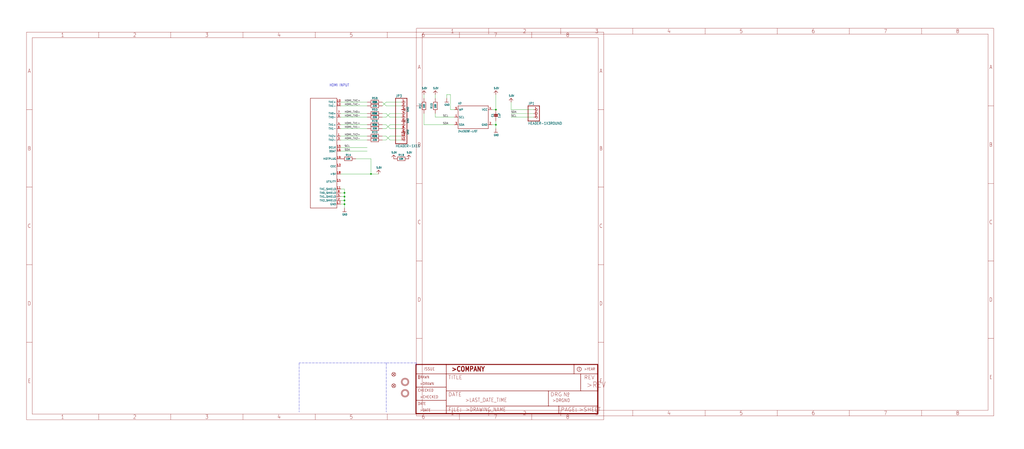
<source format=kicad_sch>
(kicad_sch (version 20211123) (generator eeschema)
  (paper "User" 687.07 301.701)
  (lib_symbols
    (symbol "schematicEagle-eagle-import:5.0V" (power)
      (property "Value" "5.0V" (at -1.524 1.016 0))
      (symbol "5.0V_1_0"
        (polyline (pts (xy -1.27 -1.27) (xy 0 0)) (stroke (width 0.254)))
        (polyline (pts (xy 0 0) (xy 1.27 -1.27)) (stroke (width 0.254)))
        (pin power_in line (at 0 -2.54 90) (length 2.54) (name "5.0V") (number "1"))
      )
    )
    (symbol "schematicEagle-eagle-import:CAP_CERAMIC0603_NO"
      (property "Reference" "C" (at -2.29 1.25 90))
      (property "Value" "CAP_CERAMIC0603_NO" (at 2.3 1.25 90))
      (symbol "CAP_CERAMIC0603_NO_1_0"
        (rectangle (start -1.27 0.508) (end 1.27 1.016) (fill (type outline)))
        (rectangle (start -1.27 1.524) (end 1.27 2.032) (fill (type outline)))
        (polyline (pts (xy 0 0.762) (xy 0 0)) (stroke (width 0.1524)))
        (polyline (pts (xy 0 2.54) (xy 0 1.778)) (stroke (width 0.1524)))
        (pin passive line (at 0 5.08 270) (length 2.54) (name "1") (number "1"))
        (pin passive line (at 0 -2.54 90) (length 2.54) (name "2") (number "2"))
      )
    )
    (symbol "schematicEagle-eagle-import:EEPROM_I2C_MCP24AA32"
      (property "Reference" "U" (at -10.16 8.636 0))
      (property "Value" "EEPROM_I2C_MCP24AA32" (at -10.16 -10.16 0))
      (symbol "EEPROM_I2C_MCP24AA32_1_0"
        (polyline (pts (xy -10.16 -7.62) (xy -10.16 7.62)) (stroke (width 0.254)))
        (polyline (pts (xy -10.16 7.62) (xy 10.16 7.62)) (stroke (width 0.254)))
        (polyline (pts (xy 10.16 -7.62) (xy -10.16 -7.62)) (stroke (width 0.254)))
        (polyline (pts (xy 10.16 7.62) (xy 10.16 -7.62)) (stroke (width 0.254)))
        (pin bidirectional line (at -12.7 0 0) (length 2.54) (name "SCL") (number "1"))
        (pin bidirectional line (at 12.7 -5.08 180) (length 2.54) (name "GND") (number "2"))
        (pin bidirectional line (at -12.7 -5.08 0) (length 2.54) (name "SDA") (number "3"))
        (pin bidirectional line (at 12.7 5.08 180) (length 2.54) (name "VCC") (number "4"))
        (pin bidirectional line (at -12.7 5.08 0) (length 2.54) (name "WP") (number "5"))
      )
    )
    (symbol "schematicEagle-eagle-import:FIDUCIAL_1MM"
      (symbol "FIDUCIAL_1MM_1_0"
        (polyline (pts (xy -0.762 0.762) (xy 0.762 -0.762)) (stroke (width 0.254)))
        (polyline (pts (xy 0.762 0.762) (xy -0.762 -0.762)) (stroke (width 0.254)))
        (circle (center 0 0) (radius 1.27) (stroke (width 0.254)))
      )
    )
    (symbol "schematicEagle-eagle-import:FRAME_A3"
      (symbol "FRAME_A3_0_0"
        (polyline (pts (xy 0 52.07) (xy 3.81 52.07)))
        (polyline (pts (xy 0 104.14) (xy 3.81 104.14)))
        (polyline (pts (xy 0 156.21) (xy 3.81 156.21)))
        (polyline (pts (xy 0 208.28) (xy 3.81 208.28)))
        (polyline (pts (xy 3.81 3.81) (xy 3.81 256.54)))
        (polyline (pts (xy 48.4188 0) (xy 48.4188 3.81)))
        (polyline (pts (xy 48.4188 256.54) (xy 48.4188 260.35)))
        (polyline (pts (xy 96.8375 0) (xy 96.8375 3.81)))
        (polyline (pts (xy 96.8375 256.54) (xy 96.8375 260.35)))
        (polyline (pts (xy 145.2563 0) (xy 145.2563 3.81)))
        (polyline (pts (xy 145.2563 256.54) (xy 145.2563 260.35)))
        (polyline (pts (xy 193.675 0) (xy 193.675 3.81)))
        (polyline (pts (xy 193.675 256.54) (xy 193.675 260.35)))
        (polyline (pts (xy 242.0938 0) (xy 242.0938 3.81)))
        (polyline (pts (xy 242.0938 256.54) (xy 242.0938 260.35)))
        (polyline (pts (xy 290.5125 0) (xy 290.5125 3.81)))
        (polyline (pts (xy 290.5125 256.54) (xy 290.5125 260.35)))
        (polyline (pts (xy 338.9313 0) (xy 338.9313 3.81)))
        (polyline (pts (xy 338.9313 256.54) (xy 338.9313 260.35)))
        (polyline (pts (xy 383.54 3.81) (xy 3.81 3.81)))
        (polyline (pts (xy 383.54 3.81) (xy 383.54 256.54)))
        (polyline (pts (xy 383.54 52.07) (xy 387.35 52.07)))
        (polyline (pts (xy 383.54 104.14) (xy 387.35 104.14)))
        (polyline (pts (xy 383.54 156.21) (xy 387.35 156.21)))
        (polyline (pts (xy 383.54 208.28) (xy 387.35 208.28)))
        (polyline (pts (xy 383.54 256.54) (xy 3.81 256.54)))
        (polyline (pts (xy 0 0) (xy 387.35 0) (xy 387.35 260.35) (xy 0 260.35) (xy 0 0)))
        (text "1" (at 24.2094 1.905 0) (effects (font (size 2.54 2.286))))
        (text "1" (at 24.2094 258.445 0) (effects (font (size 2.54 2.286))))
        (text "2" (at 72.6281 1.905 0) (effects (font (size 2.54 2.286))))
        (text "2" (at 72.6281 258.445 0) (effects (font (size 2.54 2.286))))
        (text "3" (at 121.0469 1.905 0) (effects (font (size 2.54 2.286))))
        (text "3" (at 121.0469 258.445 0) (effects (font (size 2.54 2.286))))
        (text "4" (at 169.4656 1.905 0) (effects (font (size 2.54 2.286))))
        (text "4" (at 169.4656 258.445 0) (effects (font (size 2.54 2.286))))
        (text "5" (at 217.8844 1.905 0) (effects (font (size 2.54 2.286))))
        (text "5" (at 217.8844 258.445 0) (effects (font (size 2.54 2.286))))
        (text "6" (at 266.3031 1.905 0) (effects (font (size 2.54 2.286))))
        (text "6" (at 266.3031 258.445 0) (effects (font (size 2.54 2.286))))
        (text "7" (at 314.7219 1.905 0) (effects (font (size 2.54 2.286))))
        (text "7" (at 314.7219 258.445 0) (effects (font (size 2.54 2.286))))
        (text "8" (at 363.1406 1.905 0) (effects (font (size 2.54 2.286))))
        (text "8" (at 363.1406 258.445 0) (effects (font (size 2.54 2.286))))
        (text "A" (at 1.905 234.315 0) (effects (font (size 2.54 2.286))))
        (text "A" (at 385.445 234.315 0) (effects (font (size 2.54 2.286))))
        (text "B" (at 1.905 182.245 0) (effects (font (size 2.54 2.286))))
        (text "B" (at 385.445 182.245 0) (effects (font (size 2.54 2.286))))
        (text "C" (at 1.905 130.175 0) (effects (font (size 2.54 2.286))))
        (text "C" (at 385.445 130.175 0) (effects (font (size 2.54 2.286))))
        (text "D" (at 1.905 78.105 0) (effects (font (size 2.54 2.286))))
        (text "D" (at 385.445 78.105 0) (effects (font (size 2.54 2.286))))
        (text "E" (at 1.905 26.035 0) (effects (font (size 2.54 2.286))))
        (text "E" (at 385.445 26.035 0) (effects (font (size 2.54 2.286))))
      )
      (symbol "FRAME_A3_1_0"
        (polyline (pts (xy 288.29 3.81) (xy 383.54 3.81)) (stroke (width 0.1016)))
        (polyline (pts (xy 383.54 3.81) (xy 383.54 8.89)) (stroke (width 0.1016)))
        (polyline (pts (xy 383.54 8.89) (xy 383.54 13.97)) (stroke (width 0.1016)))
        (polyline (pts (xy 383.54 13.97) (xy 383.54 19.05)) (stroke (width 0.1016)))
        (polyline (pts (xy 383.54 19.05) (xy 383.54 24.13)) (stroke (width 0.1016)))
        (polyline (pts (xy 383.54 19.05) (xy 383.54 36.83)) (stroke (width 0.1016)))
      )
      (symbol "FRAME_A3_2_0"
        (polyline (pts (xy 1.27 -6.35) (xy 1.27 0)) (stroke (width 0.1016)))
        (polyline (pts (xy 1.27 0) (xy 82.55 0)) (stroke (width 0.1016)))
        (polyline (pts (xy 82.55 -6.35) (xy 1.27 -6.35)) (stroke (width 0.1016)))
        (polyline (pts (xy 82.55 0) (xy 82.55 -6.35)) (stroke (width 0.1016)))
        (text "PART OR WHOLE IS STRICTLY PROHIBITED WITHOUT WRITTEN PERMISSION!" (at 3.81 -5.08 0) (effects (font (size 1.27 1.0795)) (justify left bottom)))
        (text "PROPRIETARY" (at 3.81 -10.16 0) (effects (font (size 2.54 2.159) (thickness 0.4318) bold) (justify left bottom)))
        (text "THIS DRAWING CONTAINS CONFIDENTIAL INFORMATION. ANY REPRODUCTION IN" (at 3.81 -2.794 0) (effects (font (size 1.27 1.0795)) (justify left bottom)))
      )
      (symbol "FRAME_A3_3_0"
        (polyline (pts (xy -0.3048 1.5748) (xy 20.0152 1.5748)) (stroke (width 0.6096)))
        (polyline (pts (xy -0.3048 10.4648) (xy -0.3048 1.5748)) (stroke (width 0.6096)))
        (polyline (pts (xy -0.3048 10.4648) (xy 20.0152 10.4648)) (stroke (width 0.3048)))
        (polyline (pts (xy -0.3048 19.3548) (xy -0.3048 10.4648)) (stroke (width 0.6096)))
        (polyline (pts (xy -0.3048 19.3548) (xy 20.0152 19.3548)) (stroke (width 0.3048)))
        (polyline (pts (xy -0.3048 28.2448) (xy -0.3048 19.3548)) (stroke (width 0.6096)))
        (polyline (pts (xy -0.3048 28.2448) (xy 20.0152 28.2448)) (stroke (width 0.3048)))
        (polyline (pts (xy -0.3048 34.5948) (xy -0.3048 28.2448)) (stroke (width 0.6096)))
        (polyline (pts (xy 20.0152 1.5748) (xy 20.0152 6.6548)) (stroke (width 0.3048)))
        (polyline (pts (xy 20.0152 1.5748) (xy 95.5802 1.5748)) (stroke (width 0.6096)))
        (polyline (pts (xy 20.0152 6.6548) (xy 20.0152 10.4648)) (stroke (width 0.3048)))
        (polyline (pts (xy 20.0152 6.6548) (xy 88.5952 6.6548)) (stroke (width 0.3048)))
        (polyline (pts (xy 20.0152 10.4648) (xy 20.0152 16.8148)) (stroke (width 0.3048)))
        (polyline (pts (xy 20.0152 16.8148) (xy 20.0152 19.3548)) (stroke (width 0.3048)))
        (polyline (pts (xy 20.0152 19.3548) (xy 20.0152 28.2448)) (stroke (width 0.3048)))
        (polyline (pts (xy 20.0152 28.2448) (xy 20.0152 34.5948)) (stroke (width 0.3048)))
        (polyline (pts (xy 20.0152 28.2448) (xy 105.7402 28.2448)) (stroke (width 0.3048)))
        (polyline (pts (xy 20.0152 34.5948) (xy -0.3048 34.5948)) (stroke (width 0.6096)))
        (polyline (pts (xy 88.5952 6.6548) (xy 95.5802 6.6548)) (stroke (width 0.3048)))
        (polyline (pts (xy 88.5952 16.8148) (xy 20.0152 16.8148)) (stroke (width 0.3048)))
        (polyline (pts (xy 88.5952 16.8148) (xy 88.5952 6.6548)) (stroke (width 0.3048)))
        (polyline (pts (xy 95.5802 1.5748) (xy 121.6152 1.5748)) (stroke (width 0.6096)))
        (polyline (pts (xy 95.5802 6.6548) (xy 95.5802 1.5748)) (stroke (width 0.3048)))
        (polyline (pts (xy 95.5802 6.6548) (xy 121.6152 6.6548)) (stroke (width 0.3048)))
        (polyline (pts (xy 101.2952 13.3223) (xy 102.2477 13.3223)) (stroke (width 0.254)))
        (polyline (pts (xy 105.7402 28.2448) (xy 105.7402 34.5948)) (stroke (width 0.3048)))
        (polyline (pts (xy 105.7402 28.2448) (xy 110.1852 28.2448)) (stroke (width 0.3048)))
        (polyline (pts (xy 105.7402 34.5948) (xy 20.0152 34.5948)) (stroke (width 0.6096)))
        (polyline (pts (xy 110.1852 16.8148) (xy 88.5952 16.8148)) (stroke (width 0.3048)))
        (polyline (pts (xy 110.1852 28.2448) (xy 110.1852 16.8148)) (stroke (width 0.3048)))
        (polyline (pts (xy 110.1852 28.2448) (xy 121.6152 28.2448)) (stroke (width 0.3048)))
        (polyline (pts (xy 121.6152 6.6548) (xy 121.6152 1.5748)) (stroke (width 0.6096)))
        (polyline (pts (xy 121.6152 16.8148) (xy 110.1852 16.8148)) (stroke (width 0.3048)))
        (polyline (pts (xy 121.6152 16.8148) (xy 121.6152 6.6548)) (stroke (width 0.6096)))
        (polyline (pts (xy 121.6152 28.2448) (xy 121.6152 16.8148)) (stroke (width 0.6096)))
        (polyline (pts (xy 121.6152 34.5948) (xy 105.7402 34.5948)) (stroke (width 0.6096)))
        (polyline (pts (xy 121.6152 34.5948) (xy 121.6152 28.2448)) (stroke (width 0.6096)))
        (circle (center 109.2327 31.4198) (radius 1.4199) (stroke (width 0.254)))
        (text ">CHECKED" (at 2.2352 11.7348 0) (effects (font (size 1.778 1.5113)) (justify left bottom)))
        (text ">COMPANY" (at 23.349 29.6735 0) (effects (font (size 3.175 2.6987) (thickness 0.5397) bold) (justify left bottom)))
        (text ">DATE" (at 2.2352 2.8448 0) (effects (font (size 1.778 1.5113)) (justify left bottom)))
        (text ">DRAWING_NAME" (at 33.0327 2.8448 0) (effects (font (size 2.54 2.159)) (justify left bottom)))
        (text ">DRAWN" (at 2.2352 20.6248 0) (effects (font (size 1.778 1.5113)) (justify left bottom)))
        (text ">DRGNO" (at 91.1352 9.1948 0) (effects (font (size 2.1844 1.8567)) (justify left bottom)))
        (text ">LAST_DATE_TIME" (at 32.7152 9.1948 0) (effects (font (size 2.54 2.159)) (justify left bottom)))
        (text ">REV" (at 113.9952 18.7198 0) (effects (font (size 3.81 3.2385)) (justify left bottom)))
        (text ">SHEET" (at 108.9152 2.8448 0) (effects (font (size 2.54 2.54)) (justify left bottom)))
        (text ">YEAR" (at 112.4077 30.4673 0) (effects (font (size 1.778 1.5113)) (justify left bottom)))
        (text "C" (at 108.7564 30.7848 0) (effects (font (size 1.27 1.0795)) (justify left bottom)))
        (text "CHECKED" (at 0.9652 16.1798 0) (effects (font (size 1.778 1.5113)) (justify left bottom)))
        (text "DATE" (at 0.9652 7.2898 0) (effects (font (size 1.778 1.5113)) (justify left bottom)))
        (text "DATE" (at 21.2852 13.0048 0) (effects (font (size 2.54 2.54)) (justify left bottom)))
        (text "DRAWN" (at 0.9652 25.0698 0) (effects (font (size 1.778 1.5113)) (justify left bottom)))
        (text "DRG" (at 89.8652 13.0048 0) (effects (font (size 2.54 2.54)) (justify left bottom)))
        (text "FILE:" (at 21.2852 2.8448 0) (effects (font (size 2.54 2.54)) (justify left bottom)))
        (text "ISSUE" (at 5.0927 30.4673 0) (effects (font (size 1.9304 1.6408)) (justify left bottom)))
        (text "N" (at 98.4377 13.0048 0) (effects (font (size 2.54 2.54)) (justify left bottom)))
        (text "o" (at 100.9777 13.9573 0) (effects (font (size 2.1844 1.8567)) (justify left bottom)))
        (text "PAGE:" (at 96.8502 2.8448 0) (effects (font (size 2.54 2.54)) (justify left bottom)))
        (text "REV" (at 112.4077 24.4348 0) (effects (font (size 2.54 2.54)) (justify left bottom)))
        (text "TITLE" (at 21.2852 24.4348 0) (effects (font (size 2.54 2.54)) (justify left bottom)))
      )
    )
    (symbol "schematicEagle-eagle-import:GND" (power)
      (property "Value" "GND" (at -1.524 -2.54 0))
      (symbol "GND_1_0"
        (polyline (pts (xy -1.27 0) (xy 1.27 0)) (stroke (width 0.254)))
        (pin power_in line (at 0 2.54 270) (length 2.54) (name "GND") (number "1"))
      )
    )
    (symbol "schematicEagle-eagle-import:HDMI_MOLEX_47151"
      (symbol "HDMI_MOLEX_47151_1_0"
        (polyline (pts (xy -10.16 -38.1) (xy 7.62 -38.1)) (stroke (width 0.254)))
        (polyline (pts (xy -10.16 35.56) (xy -10.16 -38.1)) (stroke (width 0.254)))
        (polyline (pts (xy 7.62 -38.1) (xy 7.62 35.56)) (stroke (width 0.254)))
        (polyline (pts (xy 7.62 35.56) (xy -10.16 35.56)) (stroke (width 0.254)))
        (pin bidirectional line (at -12.7 10.16 0) (length 2.54) (name "TX2+") (number "1"))
        (pin bidirectional line (at -12.7 33.02 0) (length 2.54) (name "TXC+") (number "10"))
        (pin power_in line (at -12.7 -25.4 0) (length 2.54) (name "TXC_SHIELD") (number "11"))
        (pin bidirectional line (at -12.7 30.48 0) (length 2.54) (name "TXC-") (number "12"))
        (pin bidirectional line (at -12.7 -10.16 0) (length 2.54) (name "CEC") (number "13"))
        (pin bidirectional line (at -12.7 -20.32 0) (length 2.54) (name "UTILITY") (number "14"))
        (pin bidirectional line (at -12.7 2.54 0) (length 2.54) (name "DCLK") (number "15"))
        (pin bidirectional line (at -12.7 0 0) (length 2.54) (name "DDAT") (number "16"))
        (pin power_in line (at -12.7 -35.56 0) (length 2.54) (name "GND") (number "17"))
        (pin power_in line (at -12.7 -15.24 0) (length 2.54) (name "+5V") (number "18"))
        (pin bidirectional line (at -12.7 -5.08 0) (length 2.54) (name "HOTPLUG") (number "19"))
        (pin power_in line (at -12.7 -33.02 0) (length 2.54) (name "TX2_SHIELD") (number "2"))
        (pin bidirectional line (at -12.7 7.62 0) (length 2.54) (name "TX2-") (number "3"))
        (pin bidirectional line (at -12.7 17.78 0) (length 2.54) (name "TX1+") (number "4"))
        (pin power_in line (at -12.7 -30.48 0) (length 2.54) (name "TX1_SHIELD") (number "5"))
        (pin bidirectional line (at -12.7 15.24 0) (length 2.54) (name "TX1-") (number "6"))
        (pin bidirectional line (at -12.7 25.4 0) (length 2.54) (name "TX0+") (number "7"))
        (pin power_in line (at -12.7 -27.94 0) (length 2.54) (name "TX0_SHIELD") (number "8"))
        (pin bidirectional line (at -12.7 22.86 0) (length 2.54) (name "TX0-") (number "9"))
      )
      (symbol "HDMI_MOLEX_47151_2_0"
        (pin power_in line (at -7.62 2.54 90) (length 5.08) (name "GND@1") (number "P$1"))
        (pin power_in line (at -5.08 2.54 90) (length 5.08) (name "GND@2") (number "P$2"))
        (pin power_in line (at -2.54 2.54 90) (length 5.08) (name "GND@3") (number "P$3"))
        (pin power_in line (at 0 2.54 90) (length 5.08) (name "GND@4") (number "P$4"))
      )
    )
    (symbol "schematicEagle-eagle-import:HEADER-1X11"
      (property "Reference" "JP" (at -6.35 15.875 0))
      (property "Value" "HEADER-1X11" (at -6.35 -17.78 0))
      (symbol "HEADER-1X11_1_0"
        (polyline (pts (xy -6.35 -15.24) (xy 1.27 -15.24)) (stroke (width 0.4064)))
        (polyline (pts (xy -6.35 15.24) (xy -6.35 -15.24)) (stroke (width 0.4064)))
        (polyline (pts (xy 1.27 -15.24) (xy 1.27 15.24)) (stroke (width 0.4064)))
        (polyline (pts (xy 1.27 15.24) (xy -6.35 15.24)) (stroke (width 0.4064)))
        (pin passive inverted (at -2.54 12.7 0) (length 2.54) (name "1") (number "1"))
        (pin passive inverted (at -2.54 -10.16 0) (length 2.54) (name "10") (number "10"))
        (pin passive inverted (at -2.54 -12.7 0) (length 2.54) (name "11") (number "11"))
        (pin passive inverted (at -2.54 10.16 0) (length 2.54) (name "2") (number "2"))
        (pin passive inverted (at -2.54 7.62 0) (length 2.54) (name "3") (number "3"))
        (pin passive inverted (at -2.54 5.08 0) (length 2.54) (name "4") (number "4"))
        (pin passive inverted (at -2.54 2.54 0) (length 2.54) (name "5") (number "5"))
        (pin passive inverted (at -2.54 0 0) (length 2.54) (name "6") (number "6"))
        (pin passive inverted (at -2.54 -2.54 0) (length 2.54) (name "7") (number "7"))
        (pin passive inverted (at -2.54 -5.08 0) (length 2.54) (name "8") (number "8"))
        (pin passive inverted (at -2.54 -7.62 0) (length 2.54) (name "9") (number "9"))
      )
    )
    (symbol "schematicEagle-eagle-import:HEADER-1X3ROUND"
      (property "Reference" "JP" (at -6.35 5.715 0))
      (property "Value" "HEADER-1X3ROUND" (at -6.35 -7.62 0))
      (symbol "HEADER-1X3ROUND_1_0"
        (polyline (pts (xy -6.35 -5.08) (xy 1.27 -5.08)) (stroke (width 0.4064)))
        (polyline (pts (xy -6.35 5.08) (xy -6.35 -5.08)) (stroke (width 0.4064)))
        (polyline (pts (xy 1.27 -5.08) (xy 1.27 5.08)) (stroke (width 0.4064)))
        (polyline (pts (xy 1.27 5.08) (xy -6.35 5.08)) (stroke (width 0.4064)))
        (pin passive inverted (at -2.54 2.54 0) (length 2.54) (name "1") (number "1"))
        (pin passive inverted (at -2.54 0 0) (length 2.54) (name "2") (number "2"))
        (pin passive inverted (at -2.54 -2.54 0) (length 2.54) (name "3") (number "3"))
      )
    )
    (symbol "schematicEagle-eagle-import:MOUNTINGHOLE2.5"
      (symbol "MOUNTINGHOLE2.5_1_0"
        (circle (center 0 0) (radius 1.905) (stroke (width 0.254)))
        (circle (center 0 0) (radius 2.54) (stroke (width 0.254)))
      )
    )
    (symbol "schematicEagle-eagle-import:RESISTOR_4PACK"
      (property "Reference" "R" (at 0 2.54 0))
      (property "Value" "RESISTOR_4PACK" (at 0 0 0))
      (symbol "RESISTOR_4PACK_1_0"
        (polyline (pts (xy -2.54 -1.27) (xy -2.54 1.27)) (stroke (width 0.254)))
        (polyline (pts (xy -2.54 1.27) (xy 2.54 1.27)) (stroke (width 0.254)))
        (polyline (pts (xy 2.54 -1.27) (xy -2.54 -1.27)) (stroke (width 0.254)))
        (polyline (pts (xy 2.54 1.27) (xy 2.54 -1.27)) (stroke (width 0.254)))
        (pin passive line (at -5.08 0 0) (length 2.54) (name "1") (number "1"))
        (pin passive line (at 5.08 0 180) (length 2.54) (name "2") (number "8"))
      )
      (symbol "RESISTOR_4PACK_2_0"
        (polyline (pts (xy -2.54 -1.27) (xy -2.54 1.27)) (stroke (width 0.254)))
        (polyline (pts (xy -2.54 1.27) (xy 2.54 1.27)) (stroke (width 0.254)))
        (polyline (pts (xy 2.54 -1.27) (xy -2.54 -1.27)) (stroke (width 0.254)))
        (polyline (pts (xy 2.54 1.27) (xy 2.54 -1.27)) (stroke (width 0.254)))
        (pin passive line (at -5.08 0 0) (length 2.54) (name "1") (number "2"))
        (pin passive line (at 5.08 0 180) (length 2.54) (name "2") (number "7"))
      )
      (symbol "RESISTOR_4PACK_3_0"
        (polyline (pts (xy -2.54 -1.27) (xy -2.54 1.27)) (stroke (width 0.254)))
        (polyline (pts (xy -2.54 1.27) (xy 2.54 1.27)) (stroke (width 0.254)))
        (polyline (pts (xy 2.54 -1.27) (xy -2.54 -1.27)) (stroke (width 0.254)))
        (polyline (pts (xy 2.54 1.27) (xy 2.54 -1.27)) (stroke (width 0.254)))
        (pin passive line (at -5.08 0 0) (length 2.54) (name "1") (number "3"))
        (pin passive line (at 5.08 0 180) (length 2.54) (name "2") (number "6"))
      )
      (symbol "RESISTOR_4PACK_4_0"
        (polyline (pts (xy -2.54 -1.27) (xy -2.54 1.27)) (stroke (width 0.254)))
        (polyline (pts (xy -2.54 1.27) (xy 2.54 1.27)) (stroke (width 0.254)))
        (polyline (pts (xy 2.54 -1.27) (xy -2.54 -1.27)) (stroke (width 0.254)))
        (polyline (pts (xy 2.54 1.27) (xy 2.54 -1.27)) (stroke (width 0.254)))
        (pin passive line (at -5.08 0 0) (length 2.54) (name "1") (number "4"))
        (pin passive line (at 5.08 0 180) (length 2.54) (name "2") (number "5"))
      )
    )
  )
  (junction (at 231.14 132.08))
  (junction (at 248.92 116.84))
  (junction (at 332.74 83.82))
  (junction (at 332.74 73.66))
  (junction (at 231.14 129.54))
  (junction (at 231.14 137.16))
  (junction (at 231.14 134.62))
  (wire (pts (xy 256.54 86.36) (xy 259.08 86.36)))
  (wire (pts (xy 228.6 91.44) (xy 246.38 91.44)))
  (wire (pts (xy 256.54 76.2) (xy 259.08 76.2)))
  (wire (pts (xy 256.54 83.82) (xy 259.08 83.82)))
  (wire (pts (xy 248.92 116.84) (xy 228.6 116.84)))
  (wire (pts (xy 228.6 132.08) (xy 231.14 132.08)))
  (wire (pts (xy 259.08 71.12) (xy 269.24 71.12)))
  (wire (pts (xy 246.38 101.6) (xy 228.6 101.6)))
  (wire (pts (xy 231.14 127) (xy 231.14 129.54)))
  (wire (pts (xy 259.08 68.58) (xy 269.24 68.58)))
  (wire (pts (xy 238.76 106.68) (xy 248.92 106.68)))
  (wire (pts (xy 342.9 78.74) (xy 358.14 78.74)))
  (polyline (pts (xy 259.08 243.84) (xy 200.66 243.84)))
  (wire (pts (xy 259.08 78.74) (xy 261.62 76.2)))
  (wire (pts (xy 259.08 86.36) (xy 261.62 83.82)))
  (wire (pts (xy 332.74 83.82) (xy 332.74 86.36)))
  (wire (pts (xy 228.6 129.54) (xy 231.14 129.54)))
  (wire (pts (xy 302.26 73.66) (xy 302.26 63.5)))
  (wire (pts (xy 259.08 76.2) (xy 261.62 78.74)))
  (wire (pts (xy 302.26 63.5) (xy 299.72 63.5)))
  (wire (pts (xy 261.62 86.36) (xy 269.24 86.36)))
  (wire (pts (xy 228.6 86.36) (xy 246.38 86.36)))
  (polyline (pts (xy 200.66 243.84) (xy 200.66 276.86)))
  (wire (pts (xy 231.14 132.08) (xy 231.14 134.62)))
  (wire (pts (xy 228.6 78.74) (xy 246.38 78.74)))
  (wire (pts (xy 330.2 73.66) (xy 332.74 73.66)))
  (wire (pts (xy 231.14 137.16) (xy 231.14 139.7)))
  (polyline (pts (xy 279.4 243.84) (xy 279.4 246.38)))
  (wire (pts (xy 248.92 116.84) (xy 254 116.84)))
  (wire (pts (xy 342.9 73.66) (xy 342.9 68.58)))
  (wire (pts (xy 304.8 73.66) (xy 302.26 73.66)))
  (wire (pts (xy 256.54 91.44) (xy 259.08 91.44)))
  (wire (pts (xy 284.48 66.04) (xy 284.48 63.5)))
  (wire (pts (xy 228.6 134.62) (xy 231.14 134.62)))
  (wire (pts (xy 248.92 106.68) (xy 248.92 116.84)))
  (polyline (pts (xy 279.4 243.84) (xy 259.08 243.84)))
  (wire (pts (xy 269.24 91.44) (xy 261.62 91.44)))
  (wire (pts (xy 292.1 66.04) (xy 292.1 63.5)))
  (wire (pts (xy 228.6 76.2) (xy 246.38 76.2)))
  (polyline (pts (xy 259.08 243.84) (xy 259.08 276.86)))
  (wire (pts (xy 284.48 83.82) (xy 284.48 76.2)))
  (wire (pts (xy 228.6 99.06) (xy 246.38 99.06)))
  (wire (pts (xy 261.62 78.74) (xy 269.24 78.74)))
  (wire (pts (xy 332.74 73.66) (xy 332.74 63.5)))
  (wire (pts (xy 228.6 83.82) (xy 246.38 83.82)))
  (wire (pts (xy 261.62 83.82) (xy 269.24 83.82)))
  (wire (pts (xy 259.08 91.44) (xy 261.62 93.98)))
  (wire (pts (xy 292.1 78.74) (xy 292.1 76.2)))
  (wire (pts (xy 332.74 81.28) (xy 332.74 83.82)))
  (wire (pts (xy 228.6 137.16) (xy 231.14 137.16)))
  (wire (pts (xy 261.62 93.98) (xy 269.24 93.98)))
  (wire (pts (xy 231.14 134.62) (xy 231.14 137.16)))
  (wire (pts (xy 358.14 76.2) (xy 342.9 76.2)))
  (wire (pts (xy 304.8 83.82) (xy 284.48 83.82)))
  (wire (pts (xy 261.62 91.44) (xy 259.08 93.98)))
  (wire (pts (xy 256.54 71.12) (xy 259.08 68.58)))
  (wire (pts (xy 256.54 68.58) (xy 259.08 71.12)))
  (wire (pts (xy 299.72 63.5) (xy 299.72 66.04)))
  (wire (pts (xy 261.62 76.2) (xy 269.24 76.2)))
  (wire (pts (xy 330.2 83.82) (xy 332.74 83.82)))
  (wire (pts (xy 231.14 129.54) (xy 231.14 132.08)))
  (wire (pts (xy 256.54 78.74) (xy 259.08 78.74)))
  (wire (pts (xy 259.08 93.98) (xy 256.54 93.98)))
  (wire (pts (xy 228.6 93.98) (xy 246.38 93.98)))
  (wire (pts (xy 292.1 78.74) (xy 304.8 78.74)))
  (wire (pts (xy 228.6 127) (xy 231.14 127)))
  (wire (pts (xy 228.6 71.12) (xy 246.38 71.12)))
  (wire (pts (xy 259.08 83.82) (xy 261.62 86.36)))
  (wire (pts (xy 228.6 68.58) (xy 246.38 68.58)))
  (wire (pts (xy 358.14 73.66) (xy 342.9 73.66)))
  (text "HDMI INPUT" (at 220.98 58.42 180) (effects (font (size 1.778 1.5113)) (justify left bottom)))
  (label "HDMI_TXC+" (at 231.14 68.58 0) (effects (font (size 1.2446 1.2446))))
  (label "SDA" (at 297.18 83.82 0) (effects (font (size 1.2446 1.2446))))
  (label "HDMI_TX2+" (at 231.14 91.44 0) (effects (font (size 1.2446 1.2446))))
  (label "HDMI_TX2-" (at 231.14 93.98 0) (effects (font (size 1.2446 1.2446))))
  (label "SDA" (at 231.14 101.6 0) (effects (font (size 1.2446 1.2446))))
  (label "HDMI_TX1-" (at 231.14 86.36 0) (effects (font (size 1.2446 1.2446))))
  (label "SCL" (at 231.14 99.06 0) (effects (font (size 1.2446 1.2446))))
  (label "HDMI_TX0+" (at 231.14 76.2 0) (effects (font (size 1.2446 1.2446))))
  (label "SCL" (at 297.18 78.74 0) (effects (font (size 1.2446 1.2446))))
  (label "HDMI_TX0-" (at 231.14 78.74 0) (effects (font (size 1.2446 1.2446))))
  (label "SCL" (at 342.9 78.74 0) (effects (font (size 1.2446 1.2446))))
  (label "SDA" (at 342.9 76.2 0) (effects (font (size 1.2446 1.2446))))
  (label "HDMI_TXC-" (at 231.14 71.12 0) (effects (font (size 1.2446 1.2446))))
  (label "HDMI_TX1+" (at 231.14 83.82 0) (effects (font (size 1.2446 1.2446))))
  (symbol (lib_id "schematicEagle-eagle-import:RESISTOR_4PACK") (at 251.46 76.2 0) (unit 4)
    (property "Reference" "R5" (at 251.46 73.66 0))
    (property "Value" "220" (at 251.46 76.2 0) (effects (font (size 1.016 1.016) bold)))
    (property "Footprint" "schematicEagle:RESPACK_4X0603" (effects hide))
  )
  (symbol (lib_id "schematicEagle-eagle-import:FIDUCIAL_1MM") (at 264.16 251.46 90) (unit 1)
    (property "Reference" "FID1" (effects hide))
    (property "Value" "FIDUCIAL_1MM" (effects hide))
    (property "Footprint" "schematicEagle:FIDUCIAL_1MM" (effects hide))
  )
  (symbol (lib_id "schematicEagle-eagle-import:HDMI_MOLEX_47151") (at 215.9 101.6 0) (mirror y) (unit 1)
    (property "Reference" "X1" (effects hide))
    (property "Value" "47151-0001" (effects hide))
    (property "Footprint" "schematicEagle:HDMI_MOLEX_47151-0001" (effects hide))
  )
  (symbol (lib_id "schematicEagle-eagle-import:RESISTOR_4PACK") (at 251.46 91.44 0) (unit 4)
    (property "Reference" "R2" (at 251.46 88.9 0))
    (property "Value" "220" (at 251.46 91.44 0) (effects (font (size 1.016 1.016) bold)))
    (property "Footprint" "schematicEagle:RESPACK_4X0603" (effects hide))
  )
  (symbol (lib_id "schematicEagle-eagle-import:GND") (at 332.74 88.9 0) (unit 1)
    (property "Reference" "#U$7" (effects hide))
    (property "Value" "GND" (at 331.216 91.44 0) (effects (font (size 1.27 1.0795)) (justify left bottom)))
    (property "Footprint" "schematicEagle:" (effects hide))
  )
  (symbol (lib_id "schematicEagle-eagle-import:RESISTOR_4PACK") (at 269.24 106.68 0) (unit 2)
    (property "Reference" "R1" (at 269.24 104.14 0))
    (property "Value" "10K" (at 269.24 106.68 0) (effects (font (size 1.016 1.016) bold)))
    (property "Footprint" "schematicEagle:RESPACK_4X0603" (effects hide))
  )
  (symbol (lib_id "schematicEagle-eagle-import:RESISTOR_4PACK") (at 233.68 106.68 0) (unit 1)
    (property "Reference" "R1" (at 233.68 104.14 0))
    (property "Value" "10K" (at 233.68 106.68 0) (effects (font (size 1.016 1.016) bold)))
    (property "Footprint" "schematicEagle:RESPACK_4X0603" (effects hide))
  )
  (symbol (lib_id "schematicEagle-eagle-import:5.0V") (at 342.9 66.04 0) (unit 1)
    (property "Reference" "#U$8" (effects hide))
    (property "Value" "5.0V" (at 341.376 65.024 0) (effects (font (size 1.27 1.0795)) (justify left bottom)))
    (property "Footprint" "schematicEagle:" (effects hide))
  )
  (symbol (lib_id "schematicEagle-eagle-import:5.0V") (at 254 114.3 0) (unit 1)
    (property "Reference" "#U$36" (effects hide))
    (property "Value" "5.0V" (at 252.476 113.284 0) (effects (font (size 1.27 1.0795)) (justify left bottom)))
    (property "Footprint" "schematicEagle:" (effects hide))
  )
  (symbol (lib_id "schematicEagle-eagle-import:5.0V") (at 332.74 60.96 0) (unit 1)
    (property "Reference" "#U$48" (effects hide))
    (property "Value" "5.0V" (at 331.216 59.944 0) (effects (font (size 1.27 1.0795)) (justify left bottom)))
    (property "Footprint" "schematicEagle:" (effects hide))
  )
  (symbol (lib_id "schematicEagle-eagle-import:FRAME_A3") (at 279.4 279.4 0) (unit 3)
    (property "Reference" "#FRAME1" (effects hide))
    (property "Value" "FRAME_A3" (effects hide))
    (property "Footprint" "schematicEagle:" (effects hide))
  )
  (symbol (lib_id "schematicEagle-eagle-import:RESISTOR_4PACK") (at 284.48 71.12 90) (unit 3)
    (property "Reference" "R1" (at 281.94 71.12 0))
    (property "Value" "10K" (at 284.48 71.12 0) (effects (font (size 1.016 1.016) bold)))
    (property "Footprint" "schematicEagle:RESPACK_4X0603" (effects hide))
  )
  (symbol (lib_id "schematicEagle-eagle-import:FIDUCIAL_1MM") (at 264.16 259.08 90) (unit 1)
    (property "Reference" "FID2" (effects hide))
    (property "Value" "FIDUCIAL_1MM" (effects hide))
    (property "Footprint" "schematicEagle:FIDUCIAL_1MM" (effects hide))
  )
  (symbol (lib_id "schematicEagle-eagle-import:RESISTOR_4PACK") (at 251.46 83.82 0) (unit 2)
    (property "Reference" "R2" (at 251.46 81.28 0))
    (property "Value" "220" (at 251.46 83.82 0) (effects (font (size 1.016 1.016) bold)))
    (property "Footprint" "schematicEagle:RESPACK_4X0603" (effects hide))
  )
  (symbol (lib_id "schematicEagle-eagle-import:RESISTOR_4PACK") (at 251.46 71.12 0) (unit 1)
    (property "Reference" "R5" (at 251.46 68.58 0))
    (property "Value" "220" (at 251.46 71.12 0) (effects (font (size 1.016 1.016) bold)))
    (property "Footprint" "schematicEagle:RESPACK_4X0603" (effects hide))
  )
  (symbol (lib_id "schematicEagle-eagle-import:GND") (at 231.14 142.24 0) (unit 1)
    (property "Reference" "#U$19" (effects hide))
    (property "Value" "GND" (at 229.616 144.78 0) (effects (font (size 1.27 1.0795)) (justify left bottom)))
    (property "Footprint" "schematicEagle:" (effects hide))
  )
  (symbol (lib_id "schematicEagle-eagle-import:RESISTOR_4PACK") (at 251.46 68.58 0) (unit 2)
    (property "Reference" "R5" (at 251.46 66.04 0))
    (property "Value" "220" (at 251.46 68.58 0) (effects (font (size 1.016 1.016) bold)))
    (property "Footprint" "schematicEagle:RESPACK_4X0603" (effects hide))
  )
  (symbol (lib_id "schematicEagle-eagle-import:GND") (at 271.78 81.28 90) (unit 1)
    (property "Reference" "#U$3" (effects hide))
    (property "Value" "GND" (at 274.32 82.804 0) (effects (font (size 1.27 1.0795)) (justify left bottom)))
    (property "Footprint" "schematicEagle:" (effects hide))
  )
  (symbol (lib_id "schematicEagle-eagle-import:FRAME_A3") (at 17.78 281.94 0) (unit 1)
    (property "Reference" "#FRAME1" (effects hide))
    (property "Value" "FRAME_A3" (effects hide))
    (property "Footprint" "schematicEagle:" (effects hide))
  )
  (symbol (lib_id "schematicEagle-eagle-import:EEPROM_I2C_MCP24AA32") (at 317.5 78.74 0) (unit 1)
    (property "Reference" "U2" (at 307.34 70.104 0) (effects (font (size 1.27 1.0795)) (justify left bottom)))
    (property "Value" "24LC02BT-I/OT" (at 307.34 88.9 0) (effects (font (size 1.27 1.0795)) (justify left bottom)))
    (property "Footprint" "schematicEagle:SOT23-5" (effects hide))
  )
  (symbol (lib_id "schematicEagle-eagle-import:RESISTOR_4PACK") (at 251.46 86.36 0) (unit 1)
    (property "Reference" "R2" (at 251.46 83.82 0))
    (property "Value" "220" (at 251.46 86.36 0) (effects (font (size 1.016 1.016) bold)))
    (property "Footprint" "schematicEagle:RESPACK_4X0603" (effects hide))
  )
  (symbol (lib_id "schematicEagle-eagle-import:5.0V") (at 284.48 60.96 0) (unit 1)
    (property "Reference" "#U$40" (effects hide))
    (property "Value" "5.0V" (at 282.956 59.944 0) (effects (font (size 1.27 1.0795)) (justify left bottom)))
    (property "Footprint" "schematicEagle:" (effects hide))
  )
  (symbol (lib_id "schematicEagle-eagle-import:GND") (at 271.78 73.66 90) (unit 1)
    (property "Reference" "#U$5" (effects hide))
    (property "Value" "GND" (at 274.32 75.184 0) (effects (font (size 1.27 1.0795)) (justify left bottom)))
    (property "Footprint" "schematicEagle:" (effects hide))
  )
  (symbol (lib_id "schematicEagle-eagle-import:RESISTOR_4PACK") (at 251.46 93.98 0) (unit 3)
    (property "Reference" "R2" (at 251.46 91.44 0))
    (property "Value" "220" (at 251.46 93.98 0) (effects (font (size 1.016 1.016) bold)))
    (property "Footprint" "schematicEagle:RESPACK_4X0603" (effects hide))
  )
  (symbol (lib_id "schematicEagle-eagle-import:HEADER-1X11") (at 271.78 81.28 0) (unit 1)
    (property "Reference" "JP3" (at 265.43 65.405 0) (effects (font (size 1.778 1.5113)) (justify left bottom)))
    (property "Value" "HEADER-1X11" (at 265.43 99.06 0) (effects (font (size 1.778 1.5113)) (justify left bottom)))
    (property "Footprint" "schematicEagle:1X11_ROUND" (effects hide))
  )
  (symbol (lib_id "schematicEagle-eagle-import:RESISTOR_4PACK") (at 251.46 78.74 0) (unit 3)
    (property "Reference" "R5" (at 251.46 76.2 0))
    (property "Value" "220" (at 251.46 78.74 0) (effects (font (size 1.016 1.016) bold)))
    (property "Footprint" "schematicEagle:RESPACK_4X0603" (effects hide))
  )
  (symbol (lib_id "schematicEagle-eagle-import:5.0V") (at 292.1 60.96 0) (unit 1)
    (property "Reference" "#U$47" (effects hide))
    (property "Value" "5.0V" (at 290.576 59.944 0) (effects (font (size 1.27 1.0795)) (justify left bottom)))
    (property "Footprint" "schematicEagle:" (effects hide))
  )
  (symbol (lib_id "schematicEagle-eagle-import:RESISTOR_4PACK") (at 292.1 71.12 90) (unit 4)
    (property "Reference" "R1" (at 289.56 71.12 0))
    (property "Value" "10K" (at 292.1 71.12 0) (effects (font (size 1.016 1.016) bold)))
    (property "Footprint" "schematicEagle:RESPACK_4X0603" (effects hide))
  )
  (symbol (lib_id "schematicEagle-eagle-import:5.0V") (at 264.16 104.14 0) (unit 1)
    (property "Reference" "#U$1" (effects hide))
    (property "Value" "5.0V" (at 262.636 103.124 0) (effects (font (size 1.27 1.0795)) (justify left bottom)))
    (property "Footprint" "schematicEagle:" (effects hide))
  )
  (symbol (lib_id "schematicEagle-eagle-import:5.0V") (at 274.32 104.14 0) (unit 1)
    (property "Reference" "#U$2" (effects hide))
    (property "Value" "5.0V" (at 272.796 103.124 0) (effects (font (size 1.27 1.0795)) (justify left bottom)))
    (property "Footprint" "schematicEagle:" (effects hide))
  )
  (symbol (lib_id "schematicEagle-eagle-import:HEADER-1X3ROUND") (at 360.68 76.2 0) (unit 1)
    (property "Reference" "JP1" (at 354.33 70.485 0) (effects (font (size 1.778 1.5113)) (justify left bottom)))
    (property "Value" "HEADER-1X3ROUND" (at 354.33 83.82 0) (effects (font (size 1.778 1.5113)) (justify left bottom)))
    (property "Footprint" "schematicEagle:1X03_ROUND" (effects hide))
  )
  (symbol (lib_id "schematicEagle-eagle-import:CAP_CERAMIC0603_NO") (at 332.74 78.74 0) (unit 1)
    (property "Reference" "C1" (at 330.45 77.49 90))
    (property "Value" "1uF" (at 335.04 77.49 90))
    (property "Footprint" "schematicEagle:0603-NO" (effects hide))
  )
  (symbol (lib_id "schematicEagle-eagle-import:GND") (at 271.78 88.9 90) (unit 1)
    (property "Reference" "#U$4" (effects hide))
    (property "Value" "GND" (at 274.32 90.424 0) (effects (font (size 1.27 1.0795)) (justify left bottom)))
    (property "Footprint" "schematicEagle:" (effects hide))
  )
  (symbol (lib_id "schematicEagle-eagle-import:GND") (at 299.72 68.58 0) (unit 1)
    (property "Reference" "#U$14" (effects hide))
    (property "Value" "GND" (at 298.196 71.12 0) (effects (font (size 1.27 1.0795)) (justify left bottom)))
    (property "Footprint" "schematicEagle:" (effects hide))
  )
  (symbol (lib_id "schematicEagle-eagle-import:MOUNTINGHOLE2.5") (at 271.78 256.54 90) (unit 1)
    (property "Reference" "U$32" (effects hide))
    (property "Value" "MOUNTINGHOLE2.5" (effects hide))
    (property "Footprint" "schematicEagle:MOUNTINGHOLE_2.5_PLATED" (effects hide))
  )
  (symbol (lib_id "schematicEagle-eagle-import:MOUNTINGHOLE2.5") (at 271.78 264.16 90) (unit 1)
    (property "Reference" "U$33" (effects hide))
    (property "Value" "MOUNTINGHOLE2.5" (effects hide))
    (property "Footprint" "schematicEagle:MOUNTINGHOLE_2.5_PLATED" (effects hide))
  )
)
</source>
